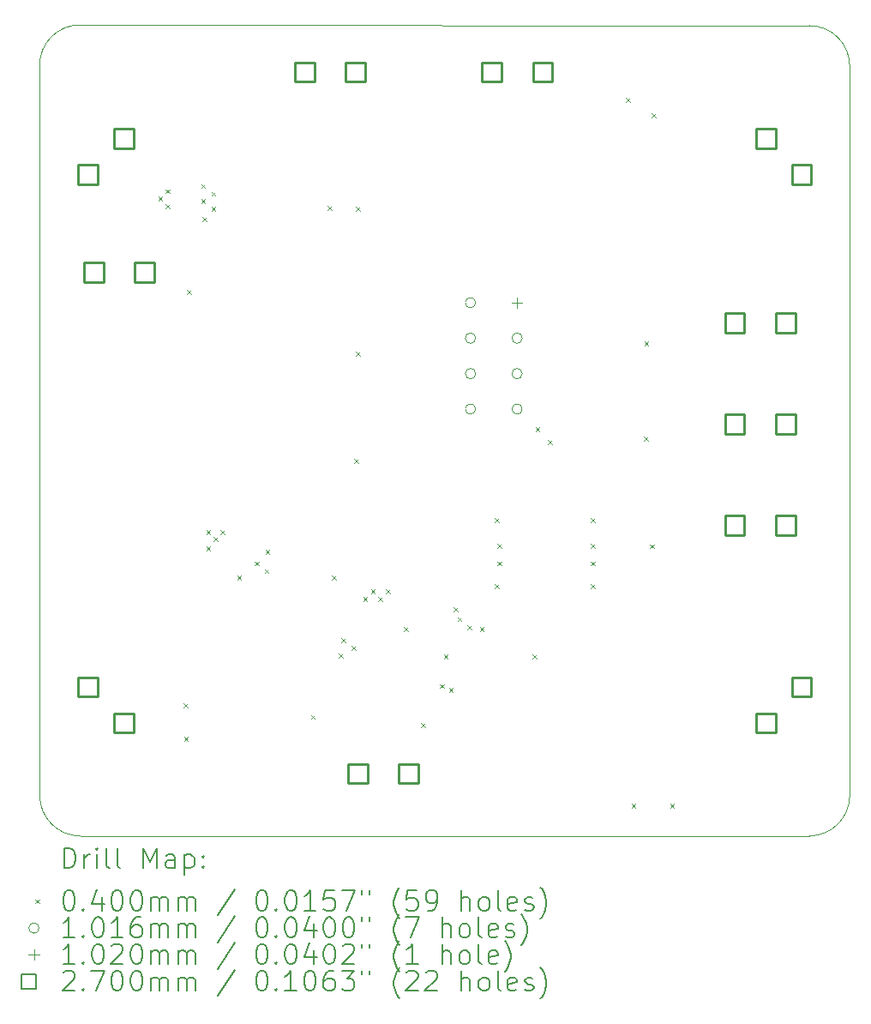
<source format=gbr>
%TF.GenerationSoftware,KiCad,Pcbnew,7.0.1*%
%TF.CreationDate,2024-03-23T22:37:26-05:00*%
%TF.ProjectId,Chassis,43686173-7369-4732-9e6b-696361645f70,rev?*%
%TF.SameCoordinates,Original*%
%TF.FileFunction,Drillmap*%
%TF.FilePolarity,Positive*%
%FSLAX45Y45*%
G04 Gerber Fmt 4.5, Leading zero omitted, Abs format (unit mm)*
G04 Created by KiCad (PCBNEW 7.0.1) date 2024-03-23 22:37:26*
%MOMM*%
%LPD*%
G01*
G04 APERTURE LIST*
%ADD10C,0.100000*%
%ADD11C,0.200000*%
%ADD12C,0.040000*%
%ADD13C,0.101600*%
%ADD14C,0.102000*%
%ADD15C,0.270000*%
G04 APERTURE END LIST*
D10*
X5232843Y-2532843D02*
X12434700Y-2540000D01*
X4834700Y-10140000D02*
X4832843Y-2932843D01*
X12434700Y-10540000D02*
G75*
G03*
X12834700Y-10140000I0J400000D01*
G01*
X12834700Y-2940000D02*
X12834700Y-10140000D01*
X12434700Y-10540000D02*
X5234700Y-10540000D01*
X4834700Y-10140000D02*
G75*
G03*
X5234700Y-10540000I400000J0D01*
G01*
X12834700Y-2940000D02*
G75*
G03*
X12434700Y-2540000I-400000J0D01*
G01*
X5232843Y-2532843D02*
G75*
G03*
X4832843Y-2932843I0J-400000D01*
G01*
D11*
D12*
X6005000Y-4230000D02*
X6045000Y-4270000D01*
X6045000Y-4230000D02*
X6005000Y-4270000D01*
X6080000Y-4155000D02*
X6120000Y-4195000D01*
X6120000Y-4155000D02*
X6080000Y-4195000D01*
X6080000Y-4305000D02*
X6120000Y-4345000D01*
X6120000Y-4305000D02*
X6080000Y-4345000D01*
X6255000Y-9230000D02*
X6295000Y-9270000D01*
X6295000Y-9230000D02*
X6255000Y-9270000D01*
X6260000Y-9560000D02*
X6300000Y-9600000D01*
X6300000Y-9560000D02*
X6260000Y-9600000D01*
X6290000Y-5151250D02*
X6330000Y-5191250D01*
X6330000Y-5151250D02*
X6290000Y-5191250D01*
X6430000Y-4105000D02*
X6470000Y-4145000D01*
X6470000Y-4105000D02*
X6430000Y-4145000D01*
X6430000Y-4255000D02*
X6470000Y-4295000D01*
X6470000Y-4255000D02*
X6430000Y-4295000D01*
X6440000Y-4428000D02*
X6480000Y-4468000D01*
X6480000Y-4428000D02*
X6440000Y-4468000D01*
X6480000Y-7520000D02*
X6520000Y-7560000D01*
X6520000Y-7520000D02*
X6480000Y-7560000D01*
X6480000Y-7680000D02*
X6520000Y-7720000D01*
X6520000Y-7680000D02*
X6480000Y-7720000D01*
X6530000Y-4180000D02*
X6570000Y-4220000D01*
X6570000Y-4180000D02*
X6530000Y-4220000D01*
X6530000Y-4330000D02*
X6570000Y-4370000D01*
X6570000Y-4330000D02*
X6530000Y-4370000D01*
X6550000Y-7590000D02*
X6590000Y-7630000D01*
X6590000Y-7590000D02*
X6550000Y-7630000D01*
X6620000Y-7520000D02*
X6660000Y-7560000D01*
X6660000Y-7520000D02*
X6620000Y-7560000D01*
X6785100Y-7969600D02*
X6825100Y-8009600D01*
X6825100Y-7969600D02*
X6785100Y-8009600D01*
X6955000Y-7830000D02*
X6995000Y-7870000D01*
X6995000Y-7830000D02*
X6955000Y-7870000D01*
X7055000Y-7905000D02*
X7095000Y-7945000D01*
X7095000Y-7905000D02*
X7055000Y-7945000D01*
X7064500Y-7715600D02*
X7104500Y-7755600D01*
X7104500Y-7715600D02*
X7064500Y-7755600D01*
X7513700Y-9344600D02*
X7553700Y-9384600D01*
X7553700Y-9344600D02*
X7513700Y-9384600D01*
X7676200Y-4323400D02*
X7716200Y-4363400D01*
X7716200Y-4323400D02*
X7676200Y-4363400D01*
X7722360Y-7972140D02*
X7762360Y-8012140D01*
X7762360Y-7972140D02*
X7722360Y-8012140D01*
X7787500Y-8739900D02*
X7827500Y-8779900D01*
X7827500Y-8739900D02*
X7787500Y-8779900D01*
X7812500Y-8589900D02*
X7852500Y-8629900D01*
X7852500Y-8589900D02*
X7812500Y-8629900D01*
X7912500Y-8664900D02*
X7952500Y-8704900D01*
X7952500Y-8664900D02*
X7912500Y-8704900D01*
X7940000Y-6820000D02*
X7980000Y-6860000D01*
X7980000Y-6820000D02*
X7940000Y-6860000D01*
X7955600Y-4330000D02*
X7995600Y-4370000D01*
X7995600Y-4330000D02*
X7955600Y-4370000D01*
X7960000Y-5760000D02*
X8000000Y-5800000D01*
X8000000Y-5760000D02*
X7960000Y-5800000D01*
X8030000Y-8180000D02*
X8070000Y-8220000D01*
X8070000Y-8180000D02*
X8030000Y-8220000D01*
X8105000Y-8105000D02*
X8145000Y-8145000D01*
X8145000Y-8105000D02*
X8105000Y-8145000D01*
X8180000Y-8180000D02*
X8220000Y-8220000D01*
X8220000Y-8180000D02*
X8180000Y-8220000D01*
X8255000Y-8105000D02*
X8295000Y-8145000D01*
X8295000Y-8105000D02*
X8255000Y-8145000D01*
X8430000Y-8480000D02*
X8470000Y-8520000D01*
X8470000Y-8480000D02*
X8430000Y-8520000D01*
X8600000Y-9423140D02*
X8640000Y-9463140D01*
X8640000Y-9423140D02*
X8600000Y-9463140D01*
X8787700Y-9039600D02*
X8827700Y-9079600D01*
X8827700Y-9039600D02*
X8787700Y-9079600D01*
X8825800Y-8747500D02*
X8865800Y-8787500D01*
X8865800Y-8747500D02*
X8825800Y-8787500D01*
X8876600Y-9077700D02*
X8916600Y-9117700D01*
X8916600Y-9077700D02*
X8876600Y-9117700D01*
X8920000Y-8280000D02*
X8960000Y-8320000D01*
X8960000Y-8280000D02*
X8920000Y-8320000D01*
X8960000Y-8380000D02*
X9000000Y-8420000D01*
X9000000Y-8380000D02*
X8960000Y-8420000D01*
X9060000Y-8460000D02*
X9100000Y-8500000D01*
X9100000Y-8460000D02*
X9060000Y-8500000D01*
X9180000Y-8480000D02*
X9220000Y-8520000D01*
X9220000Y-8480000D02*
X9180000Y-8520000D01*
X9330000Y-7405000D02*
X9370000Y-7445000D01*
X9370000Y-7405000D02*
X9330000Y-7445000D01*
X9330000Y-8055000D02*
X9370000Y-8095000D01*
X9370000Y-8055000D02*
X9330000Y-8095000D01*
X9355000Y-7655000D02*
X9395000Y-7695000D01*
X9395000Y-7655000D02*
X9355000Y-7695000D01*
X9355000Y-7830000D02*
X9395000Y-7870000D01*
X9395000Y-7830000D02*
X9355000Y-7870000D01*
X9702100Y-8747500D02*
X9742100Y-8787500D01*
X9742100Y-8747500D02*
X9702100Y-8787500D01*
X9730000Y-6505000D02*
X9770000Y-6545000D01*
X9770000Y-6505000D02*
X9730000Y-6545000D01*
X9855000Y-6630000D02*
X9895000Y-6670000D01*
X9895000Y-6630000D02*
X9855000Y-6670000D01*
X10280000Y-7405000D02*
X10320000Y-7445000D01*
X10320000Y-7405000D02*
X10280000Y-7445000D01*
X10280000Y-7655000D02*
X10320000Y-7695000D01*
X10320000Y-7655000D02*
X10280000Y-7695000D01*
X10280000Y-7830000D02*
X10320000Y-7870000D01*
X10320000Y-7830000D02*
X10280000Y-7870000D01*
X10280000Y-8055000D02*
X10320000Y-8095000D01*
X10320000Y-8055000D02*
X10280000Y-8095000D01*
X10622600Y-3256600D02*
X10662600Y-3296600D01*
X10662600Y-3256600D02*
X10622600Y-3296600D01*
X10680000Y-10220000D02*
X10720000Y-10260000D01*
X10720000Y-10220000D02*
X10680000Y-10260000D01*
X10800000Y-6600000D02*
X10840000Y-6640000D01*
X10840000Y-6600000D02*
X10800000Y-6640000D01*
X10805000Y-5660000D02*
X10845000Y-5700000D01*
X10845000Y-5660000D02*
X10805000Y-5700000D01*
X10860000Y-7660000D02*
X10900000Y-7700000D01*
X10900000Y-7660000D02*
X10860000Y-7700000D01*
X10876600Y-3409000D02*
X10916600Y-3449000D01*
X10916600Y-3409000D02*
X10876600Y-3449000D01*
X11060000Y-10220000D02*
X11100000Y-10260000D01*
X11100000Y-10220000D02*
X11060000Y-10260000D01*
D13*
X9139800Y-5275400D02*
G75*
G03*
X9139800Y-5275400I-50800J0D01*
G01*
X9139800Y-5625400D02*
G75*
G03*
X9139800Y-5625400I-50800J0D01*
G01*
X9139800Y-5975400D02*
G75*
G03*
X9139800Y-5975400I-50800J0D01*
G01*
X9139800Y-6325400D02*
G75*
G03*
X9139800Y-6325400I-50800J0D01*
G01*
X9599800Y-5625400D02*
G75*
G03*
X9599800Y-5625400I-50800J0D01*
G01*
X9599800Y-5975400D02*
G75*
G03*
X9599800Y-5975400I-50800J0D01*
G01*
X9599800Y-6325400D02*
G75*
G03*
X9599800Y-6325400I-50800J0D01*
G01*
D14*
X9549000Y-5224400D02*
X9549000Y-5326400D01*
X9498000Y-5275400D02*
X9600000Y-5275400D01*
D15*
X5406107Y-4105614D02*
X5406107Y-3914693D01*
X5215186Y-3914693D01*
X5215186Y-4105614D01*
X5406107Y-4105614D01*
X5406107Y-9165307D02*
X5406107Y-8974386D01*
X5215186Y-8974386D01*
X5215186Y-9165307D01*
X5406107Y-9165307D01*
X5465460Y-5070460D02*
X5465460Y-4879540D01*
X5274540Y-4879540D01*
X5274540Y-5070460D01*
X5465460Y-5070460D01*
X5759660Y-3752060D02*
X5759660Y-3561140D01*
X5568740Y-3561140D01*
X5568740Y-3752060D01*
X5759660Y-3752060D01*
X5759660Y-9518860D02*
X5759660Y-9327940D01*
X5568740Y-9327940D01*
X5568740Y-9518860D01*
X5759660Y-9518860D01*
X5965460Y-5070460D02*
X5965460Y-4879540D01*
X5774540Y-4879540D01*
X5774540Y-5070460D01*
X5965460Y-5070460D01*
X7545460Y-3095460D02*
X7545460Y-2904540D01*
X7354540Y-2904540D01*
X7354540Y-3095460D01*
X7545460Y-3095460D01*
X8045460Y-3095460D02*
X8045460Y-2904540D01*
X7854540Y-2904540D01*
X7854540Y-3095460D01*
X8045460Y-3095460D01*
X8070460Y-10020460D02*
X8070460Y-9829540D01*
X7879540Y-9829540D01*
X7879540Y-10020460D01*
X8070460Y-10020460D01*
X8570460Y-10020460D02*
X8570460Y-9829540D01*
X8379540Y-9829540D01*
X8379540Y-10020460D01*
X8570460Y-10020460D01*
X9395460Y-3095460D02*
X9395460Y-2904540D01*
X9204540Y-2904540D01*
X9204540Y-3095460D01*
X9395460Y-3095460D01*
X9895460Y-3095460D02*
X9895460Y-2904540D01*
X9704540Y-2904540D01*
X9704540Y-3095460D01*
X9895460Y-3095460D01*
X11795460Y-5570460D02*
X11795460Y-5379540D01*
X11604540Y-5379540D01*
X11604540Y-5570460D01*
X11795460Y-5570460D01*
X11795460Y-6570460D02*
X11795460Y-6379540D01*
X11604540Y-6379540D01*
X11604540Y-6570460D01*
X11795460Y-6570460D01*
X11795460Y-7570460D02*
X11795460Y-7379540D01*
X11604540Y-7379540D01*
X11604540Y-7570460D01*
X11795460Y-7570460D01*
X12100660Y-3752060D02*
X12100660Y-3561140D01*
X11909740Y-3561140D01*
X11909740Y-3752060D01*
X12100660Y-3752060D01*
X12100660Y-9518860D02*
X12100660Y-9327940D01*
X11909740Y-9327940D01*
X11909740Y-9518860D01*
X12100660Y-9518860D01*
X12295460Y-5570460D02*
X12295460Y-5379540D01*
X12104540Y-5379540D01*
X12104540Y-5570460D01*
X12295460Y-5570460D01*
X12295460Y-6570460D02*
X12295460Y-6379540D01*
X12104540Y-6379540D01*
X12104540Y-6570460D01*
X12295460Y-6570460D01*
X12295460Y-7570460D02*
X12295460Y-7379540D01*
X12104540Y-7379540D01*
X12104540Y-7570460D01*
X12295460Y-7570460D01*
X12454214Y-4105614D02*
X12454214Y-3914693D01*
X12263293Y-3914693D01*
X12263293Y-4105614D01*
X12454214Y-4105614D01*
X12454214Y-9165307D02*
X12454214Y-8974386D01*
X12263293Y-8974386D01*
X12263293Y-9165307D01*
X12454214Y-9165307D01*
D11*
X5075462Y-10857524D02*
X5075462Y-10657524D01*
X5075462Y-10657524D02*
X5123081Y-10657524D01*
X5123081Y-10657524D02*
X5151652Y-10667048D01*
X5151652Y-10667048D02*
X5170700Y-10686095D01*
X5170700Y-10686095D02*
X5180224Y-10705143D01*
X5180224Y-10705143D02*
X5189747Y-10743238D01*
X5189747Y-10743238D02*
X5189747Y-10771810D01*
X5189747Y-10771810D02*
X5180224Y-10809905D01*
X5180224Y-10809905D02*
X5170700Y-10828952D01*
X5170700Y-10828952D02*
X5151652Y-10848000D01*
X5151652Y-10848000D02*
X5123081Y-10857524D01*
X5123081Y-10857524D02*
X5075462Y-10857524D01*
X5275462Y-10857524D02*
X5275462Y-10724190D01*
X5275462Y-10762286D02*
X5284986Y-10743238D01*
X5284986Y-10743238D02*
X5294509Y-10733714D01*
X5294509Y-10733714D02*
X5313557Y-10724190D01*
X5313557Y-10724190D02*
X5332605Y-10724190D01*
X5399271Y-10857524D02*
X5399271Y-10724190D01*
X5399271Y-10657524D02*
X5389747Y-10667048D01*
X5389747Y-10667048D02*
X5399271Y-10676571D01*
X5399271Y-10676571D02*
X5408795Y-10667048D01*
X5408795Y-10667048D02*
X5399271Y-10657524D01*
X5399271Y-10657524D02*
X5399271Y-10676571D01*
X5523081Y-10857524D02*
X5504033Y-10848000D01*
X5504033Y-10848000D02*
X5494509Y-10828952D01*
X5494509Y-10828952D02*
X5494509Y-10657524D01*
X5627843Y-10857524D02*
X5608795Y-10848000D01*
X5608795Y-10848000D02*
X5599271Y-10828952D01*
X5599271Y-10828952D02*
X5599271Y-10657524D01*
X5856414Y-10857524D02*
X5856414Y-10657524D01*
X5856414Y-10657524D02*
X5923081Y-10800381D01*
X5923081Y-10800381D02*
X5989747Y-10657524D01*
X5989747Y-10657524D02*
X5989747Y-10857524D01*
X6170700Y-10857524D02*
X6170700Y-10752762D01*
X6170700Y-10752762D02*
X6161176Y-10733714D01*
X6161176Y-10733714D02*
X6142128Y-10724190D01*
X6142128Y-10724190D02*
X6104033Y-10724190D01*
X6104033Y-10724190D02*
X6084985Y-10733714D01*
X6170700Y-10848000D02*
X6151652Y-10857524D01*
X6151652Y-10857524D02*
X6104033Y-10857524D01*
X6104033Y-10857524D02*
X6084985Y-10848000D01*
X6084985Y-10848000D02*
X6075462Y-10828952D01*
X6075462Y-10828952D02*
X6075462Y-10809905D01*
X6075462Y-10809905D02*
X6084985Y-10790857D01*
X6084985Y-10790857D02*
X6104033Y-10781333D01*
X6104033Y-10781333D02*
X6151652Y-10781333D01*
X6151652Y-10781333D02*
X6170700Y-10771810D01*
X6265938Y-10724190D02*
X6265938Y-10924190D01*
X6265938Y-10733714D02*
X6284985Y-10724190D01*
X6284985Y-10724190D02*
X6323081Y-10724190D01*
X6323081Y-10724190D02*
X6342128Y-10733714D01*
X6342128Y-10733714D02*
X6351652Y-10743238D01*
X6351652Y-10743238D02*
X6361176Y-10762286D01*
X6361176Y-10762286D02*
X6361176Y-10819429D01*
X6361176Y-10819429D02*
X6351652Y-10838476D01*
X6351652Y-10838476D02*
X6342128Y-10848000D01*
X6342128Y-10848000D02*
X6323081Y-10857524D01*
X6323081Y-10857524D02*
X6284985Y-10857524D01*
X6284985Y-10857524D02*
X6265938Y-10848000D01*
X6446890Y-10838476D02*
X6456414Y-10848000D01*
X6456414Y-10848000D02*
X6446890Y-10857524D01*
X6446890Y-10857524D02*
X6437366Y-10848000D01*
X6437366Y-10848000D02*
X6446890Y-10838476D01*
X6446890Y-10838476D02*
X6446890Y-10857524D01*
X6446890Y-10733714D02*
X6456414Y-10743238D01*
X6456414Y-10743238D02*
X6446890Y-10752762D01*
X6446890Y-10752762D02*
X6437366Y-10743238D01*
X6437366Y-10743238D02*
X6446890Y-10733714D01*
X6446890Y-10733714D02*
X6446890Y-10752762D01*
D12*
X4787843Y-11165000D02*
X4827843Y-11205000D01*
X4827843Y-11165000D02*
X4787843Y-11205000D01*
D11*
X5113557Y-11077524D02*
X5132605Y-11077524D01*
X5132605Y-11077524D02*
X5151652Y-11087048D01*
X5151652Y-11087048D02*
X5161176Y-11096571D01*
X5161176Y-11096571D02*
X5170700Y-11115619D01*
X5170700Y-11115619D02*
X5180224Y-11153714D01*
X5180224Y-11153714D02*
X5180224Y-11201333D01*
X5180224Y-11201333D02*
X5170700Y-11239428D01*
X5170700Y-11239428D02*
X5161176Y-11258476D01*
X5161176Y-11258476D02*
X5151652Y-11268000D01*
X5151652Y-11268000D02*
X5132605Y-11277524D01*
X5132605Y-11277524D02*
X5113557Y-11277524D01*
X5113557Y-11277524D02*
X5094509Y-11268000D01*
X5094509Y-11268000D02*
X5084986Y-11258476D01*
X5084986Y-11258476D02*
X5075462Y-11239428D01*
X5075462Y-11239428D02*
X5065938Y-11201333D01*
X5065938Y-11201333D02*
X5065938Y-11153714D01*
X5065938Y-11153714D02*
X5075462Y-11115619D01*
X5075462Y-11115619D02*
X5084986Y-11096571D01*
X5084986Y-11096571D02*
X5094509Y-11087048D01*
X5094509Y-11087048D02*
X5113557Y-11077524D01*
X5265938Y-11258476D02*
X5275462Y-11268000D01*
X5275462Y-11268000D02*
X5265938Y-11277524D01*
X5265938Y-11277524D02*
X5256414Y-11268000D01*
X5256414Y-11268000D02*
X5265938Y-11258476D01*
X5265938Y-11258476D02*
X5265938Y-11277524D01*
X5446890Y-11144190D02*
X5446890Y-11277524D01*
X5399271Y-11068000D02*
X5351652Y-11210857D01*
X5351652Y-11210857D02*
X5475462Y-11210857D01*
X5589747Y-11077524D02*
X5608795Y-11077524D01*
X5608795Y-11077524D02*
X5627843Y-11087048D01*
X5627843Y-11087048D02*
X5637366Y-11096571D01*
X5637366Y-11096571D02*
X5646890Y-11115619D01*
X5646890Y-11115619D02*
X5656414Y-11153714D01*
X5656414Y-11153714D02*
X5656414Y-11201333D01*
X5656414Y-11201333D02*
X5646890Y-11239428D01*
X5646890Y-11239428D02*
X5637366Y-11258476D01*
X5637366Y-11258476D02*
X5627843Y-11268000D01*
X5627843Y-11268000D02*
X5608795Y-11277524D01*
X5608795Y-11277524D02*
X5589747Y-11277524D01*
X5589747Y-11277524D02*
X5570700Y-11268000D01*
X5570700Y-11268000D02*
X5561176Y-11258476D01*
X5561176Y-11258476D02*
X5551652Y-11239428D01*
X5551652Y-11239428D02*
X5542128Y-11201333D01*
X5542128Y-11201333D02*
X5542128Y-11153714D01*
X5542128Y-11153714D02*
X5551652Y-11115619D01*
X5551652Y-11115619D02*
X5561176Y-11096571D01*
X5561176Y-11096571D02*
X5570700Y-11087048D01*
X5570700Y-11087048D02*
X5589747Y-11077524D01*
X5780224Y-11077524D02*
X5799271Y-11077524D01*
X5799271Y-11077524D02*
X5818319Y-11087048D01*
X5818319Y-11087048D02*
X5827843Y-11096571D01*
X5827843Y-11096571D02*
X5837366Y-11115619D01*
X5837366Y-11115619D02*
X5846890Y-11153714D01*
X5846890Y-11153714D02*
X5846890Y-11201333D01*
X5846890Y-11201333D02*
X5837366Y-11239428D01*
X5837366Y-11239428D02*
X5827843Y-11258476D01*
X5827843Y-11258476D02*
X5818319Y-11268000D01*
X5818319Y-11268000D02*
X5799271Y-11277524D01*
X5799271Y-11277524D02*
X5780224Y-11277524D01*
X5780224Y-11277524D02*
X5761176Y-11268000D01*
X5761176Y-11268000D02*
X5751652Y-11258476D01*
X5751652Y-11258476D02*
X5742128Y-11239428D01*
X5742128Y-11239428D02*
X5732605Y-11201333D01*
X5732605Y-11201333D02*
X5732605Y-11153714D01*
X5732605Y-11153714D02*
X5742128Y-11115619D01*
X5742128Y-11115619D02*
X5751652Y-11096571D01*
X5751652Y-11096571D02*
X5761176Y-11087048D01*
X5761176Y-11087048D02*
X5780224Y-11077524D01*
X5932605Y-11277524D02*
X5932605Y-11144190D01*
X5932605Y-11163238D02*
X5942128Y-11153714D01*
X5942128Y-11153714D02*
X5961176Y-11144190D01*
X5961176Y-11144190D02*
X5989747Y-11144190D01*
X5989747Y-11144190D02*
X6008795Y-11153714D01*
X6008795Y-11153714D02*
X6018319Y-11172762D01*
X6018319Y-11172762D02*
X6018319Y-11277524D01*
X6018319Y-11172762D02*
X6027843Y-11153714D01*
X6027843Y-11153714D02*
X6046890Y-11144190D01*
X6046890Y-11144190D02*
X6075462Y-11144190D01*
X6075462Y-11144190D02*
X6094509Y-11153714D01*
X6094509Y-11153714D02*
X6104033Y-11172762D01*
X6104033Y-11172762D02*
X6104033Y-11277524D01*
X6199271Y-11277524D02*
X6199271Y-11144190D01*
X6199271Y-11163238D02*
X6208795Y-11153714D01*
X6208795Y-11153714D02*
X6227843Y-11144190D01*
X6227843Y-11144190D02*
X6256414Y-11144190D01*
X6256414Y-11144190D02*
X6275462Y-11153714D01*
X6275462Y-11153714D02*
X6284986Y-11172762D01*
X6284986Y-11172762D02*
X6284986Y-11277524D01*
X6284986Y-11172762D02*
X6294509Y-11153714D01*
X6294509Y-11153714D02*
X6313557Y-11144190D01*
X6313557Y-11144190D02*
X6342128Y-11144190D01*
X6342128Y-11144190D02*
X6361176Y-11153714D01*
X6361176Y-11153714D02*
X6370700Y-11172762D01*
X6370700Y-11172762D02*
X6370700Y-11277524D01*
X6761176Y-11068000D02*
X6589748Y-11325143D01*
X7018319Y-11077524D02*
X7037367Y-11077524D01*
X7037367Y-11077524D02*
X7056414Y-11087048D01*
X7056414Y-11087048D02*
X7065938Y-11096571D01*
X7065938Y-11096571D02*
X7075462Y-11115619D01*
X7075462Y-11115619D02*
X7084986Y-11153714D01*
X7084986Y-11153714D02*
X7084986Y-11201333D01*
X7084986Y-11201333D02*
X7075462Y-11239428D01*
X7075462Y-11239428D02*
X7065938Y-11258476D01*
X7065938Y-11258476D02*
X7056414Y-11268000D01*
X7056414Y-11268000D02*
X7037367Y-11277524D01*
X7037367Y-11277524D02*
X7018319Y-11277524D01*
X7018319Y-11277524D02*
X6999271Y-11268000D01*
X6999271Y-11268000D02*
X6989748Y-11258476D01*
X6989748Y-11258476D02*
X6980224Y-11239428D01*
X6980224Y-11239428D02*
X6970700Y-11201333D01*
X6970700Y-11201333D02*
X6970700Y-11153714D01*
X6970700Y-11153714D02*
X6980224Y-11115619D01*
X6980224Y-11115619D02*
X6989748Y-11096571D01*
X6989748Y-11096571D02*
X6999271Y-11087048D01*
X6999271Y-11087048D02*
X7018319Y-11077524D01*
X7170700Y-11258476D02*
X7180224Y-11268000D01*
X7180224Y-11268000D02*
X7170700Y-11277524D01*
X7170700Y-11277524D02*
X7161176Y-11268000D01*
X7161176Y-11268000D02*
X7170700Y-11258476D01*
X7170700Y-11258476D02*
X7170700Y-11277524D01*
X7304033Y-11077524D02*
X7323081Y-11077524D01*
X7323081Y-11077524D02*
X7342129Y-11087048D01*
X7342129Y-11087048D02*
X7351652Y-11096571D01*
X7351652Y-11096571D02*
X7361176Y-11115619D01*
X7361176Y-11115619D02*
X7370700Y-11153714D01*
X7370700Y-11153714D02*
X7370700Y-11201333D01*
X7370700Y-11201333D02*
X7361176Y-11239428D01*
X7361176Y-11239428D02*
X7351652Y-11258476D01*
X7351652Y-11258476D02*
X7342129Y-11268000D01*
X7342129Y-11268000D02*
X7323081Y-11277524D01*
X7323081Y-11277524D02*
X7304033Y-11277524D01*
X7304033Y-11277524D02*
X7284986Y-11268000D01*
X7284986Y-11268000D02*
X7275462Y-11258476D01*
X7275462Y-11258476D02*
X7265938Y-11239428D01*
X7265938Y-11239428D02*
X7256414Y-11201333D01*
X7256414Y-11201333D02*
X7256414Y-11153714D01*
X7256414Y-11153714D02*
X7265938Y-11115619D01*
X7265938Y-11115619D02*
X7275462Y-11096571D01*
X7275462Y-11096571D02*
X7284986Y-11087048D01*
X7284986Y-11087048D02*
X7304033Y-11077524D01*
X7561176Y-11277524D02*
X7446890Y-11277524D01*
X7504033Y-11277524D02*
X7504033Y-11077524D01*
X7504033Y-11077524D02*
X7484986Y-11106095D01*
X7484986Y-11106095D02*
X7465938Y-11125143D01*
X7465938Y-11125143D02*
X7446890Y-11134667D01*
X7742129Y-11077524D02*
X7646890Y-11077524D01*
X7646890Y-11077524D02*
X7637367Y-11172762D01*
X7637367Y-11172762D02*
X7646890Y-11163238D01*
X7646890Y-11163238D02*
X7665938Y-11153714D01*
X7665938Y-11153714D02*
X7713557Y-11153714D01*
X7713557Y-11153714D02*
X7732605Y-11163238D01*
X7732605Y-11163238D02*
X7742129Y-11172762D01*
X7742129Y-11172762D02*
X7751652Y-11191809D01*
X7751652Y-11191809D02*
X7751652Y-11239428D01*
X7751652Y-11239428D02*
X7742129Y-11258476D01*
X7742129Y-11258476D02*
X7732605Y-11268000D01*
X7732605Y-11268000D02*
X7713557Y-11277524D01*
X7713557Y-11277524D02*
X7665938Y-11277524D01*
X7665938Y-11277524D02*
X7646890Y-11268000D01*
X7646890Y-11268000D02*
X7637367Y-11258476D01*
X7818319Y-11077524D02*
X7951652Y-11077524D01*
X7951652Y-11077524D02*
X7865938Y-11277524D01*
X8018319Y-11077524D02*
X8018319Y-11115619D01*
X8094510Y-11077524D02*
X8094510Y-11115619D01*
X8389748Y-11353714D02*
X8380224Y-11344190D01*
X8380224Y-11344190D02*
X8361176Y-11315619D01*
X8361176Y-11315619D02*
X8351652Y-11296571D01*
X8351652Y-11296571D02*
X8342129Y-11268000D01*
X8342129Y-11268000D02*
X8332605Y-11220381D01*
X8332605Y-11220381D02*
X8332605Y-11182286D01*
X8332605Y-11182286D02*
X8342129Y-11134667D01*
X8342129Y-11134667D02*
X8351652Y-11106095D01*
X8351652Y-11106095D02*
X8361176Y-11087048D01*
X8361176Y-11087048D02*
X8380224Y-11058476D01*
X8380224Y-11058476D02*
X8389748Y-11048952D01*
X8561176Y-11077524D02*
X8465938Y-11077524D01*
X8465938Y-11077524D02*
X8456414Y-11172762D01*
X8456414Y-11172762D02*
X8465938Y-11163238D01*
X8465938Y-11163238D02*
X8484986Y-11153714D01*
X8484986Y-11153714D02*
X8532605Y-11153714D01*
X8532605Y-11153714D02*
X8551653Y-11163238D01*
X8551653Y-11163238D02*
X8561176Y-11172762D01*
X8561176Y-11172762D02*
X8570700Y-11191809D01*
X8570700Y-11191809D02*
X8570700Y-11239428D01*
X8570700Y-11239428D02*
X8561176Y-11258476D01*
X8561176Y-11258476D02*
X8551653Y-11268000D01*
X8551653Y-11268000D02*
X8532605Y-11277524D01*
X8532605Y-11277524D02*
X8484986Y-11277524D01*
X8484986Y-11277524D02*
X8465938Y-11268000D01*
X8465938Y-11268000D02*
X8456414Y-11258476D01*
X8665938Y-11277524D02*
X8704033Y-11277524D01*
X8704033Y-11277524D02*
X8723081Y-11268000D01*
X8723081Y-11268000D02*
X8732605Y-11258476D01*
X8732605Y-11258476D02*
X8751653Y-11229905D01*
X8751653Y-11229905D02*
X8761176Y-11191809D01*
X8761176Y-11191809D02*
X8761176Y-11115619D01*
X8761176Y-11115619D02*
X8751653Y-11096571D01*
X8751653Y-11096571D02*
X8742129Y-11087048D01*
X8742129Y-11087048D02*
X8723081Y-11077524D01*
X8723081Y-11077524D02*
X8684986Y-11077524D01*
X8684986Y-11077524D02*
X8665938Y-11087048D01*
X8665938Y-11087048D02*
X8656414Y-11096571D01*
X8656414Y-11096571D02*
X8646891Y-11115619D01*
X8646891Y-11115619D02*
X8646891Y-11163238D01*
X8646891Y-11163238D02*
X8656414Y-11182286D01*
X8656414Y-11182286D02*
X8665938Y-11191809D01*
X8665938Y-11191809D02*
X8684986Y-11201333D01*
X8684986Y-11201333D02*
X8723081Y-11201333D01*
X8723081Y-11201333D02*
X8742129Y-11191809D01*
X8742129Y-11191809D02*
X8751653Y-11182286D01*
X8751653Y-11182286D02*
X8761176Y-11163238D01*
X8999272Y-11277524D02*
X8999272Y-11077524D01*
X9084986Y-11277524D02*
X9084986Y-11172762D01*
X9084986Y-11172762D02*
X9075462Y-11153714D01*
X9075462Y-11153714D02*
X9056415Y-11144190D01*
X9056415Y-11144190D02*
X9027843Y-11144190D01*
X9027843Y-11144190D02*
X9008795Y-11153714D01*
X9008795Y-11153714D02*
X8999272Y-11163238D01*
X9208795Y-11277524D02*
X9189748Y-11268000D01*
X9189748Y-11268000D02*
X9180224Y-11258476D01*
X9180224Y-11258476D02*
X9170700Y-11239428D01*
X9170700Y-11239428D02*
X9170700Y-11182286D01*
X9170700Y-11182286D02*
X9180224Y-11163238D01*
X9180224Y-11163238D02*
X9189748Y-11153714D01*
X9189748Y-11153714D02*
X9208795Y-11144190D01*
X9208795Y-11144190D02*
X9237367Y-11144190D01*
X9237367Y-11144190D02*
X9256415Y-11153714D01*
X9256415Y-11153714D02*
X9265938Y-11163238D01*
X9265938Y-11163238D02*
X9275462Y-11182286D01*
X9275462Y-11182286D02*
X9275462Y-11239428D01*
X9275462Y-11239428D02*
X9265938Y-11258476D01*
X9265938Y-11258476D02*
X9256415Y-11268000D01*
X9256415Y-11268000D02*
X9237367Y-11277524D01*
X9237367Y-11277524D02*
X9208795Y-11277524D01*
X9389748Y-11277524D02*
X9370700Y-11268000D01*
X9370700Y-11268000D02*
X9361176Y-11248952D01*
X9361176Y-11248952D02*
X9361176Y-11077524D01*
X9542129Y-11268000D02*
X9523081Y-11277524D01*
X9523081Y-11277524D02*
X9484986Y-11277524D01*
X9484986Y-11277524D02*
X9465938Y-11268000D01*
X9465938Y-11268000D02*
X9456415Y-11248952D01*
X9456415Y-11248952D02*
X9456415Y-11172762D01*
X9456415Y-11172762D02*
X9465938Y-11153714D01*
X9465938Y-11153714D02*
X9484986Y-11144190D01*
X9484986Y-11144190D02*
X9523081Y-11144190D01*
X9523081Y-11144190D02*
X9542129Y-11153714D01*
X9542129Y-11153714D02*
X9551653Y-11172762D01*
X9551653Y-11172762D02*
X9551653Y-11191809D01*
X9551653Y-11191809D02*
X9456415Y-11210857D01*
X9627843Y-11268000D02*
X9646891Y-11277524D01*
X9646891Y-11277524D02*
X9684986Y-11277524D01*
X9684986Y-11277524D02*
X9704034Y-11268000D01*
X9704034Y-11268000D02*
X9713557Y-11248952D01*
X9713557Y-11248952D02*
X9713557Y-11239428D01*
X9713557Y-11239428D02*
X9704034Y-11220381D01*
X9704034Y-11220381D02*
X9684986Y-11210857D01*
X9684986Y-11210857D02*
X9656415Y-11210857D01*
X9656415Y-11210857D02*
X9637367Y-11201333D01*
X9637367Y-11201333D02*
X9627843Y-11182286D01*
X9627843Y-11182286D02*
X9627843Y-11172762D01*
X9627843Y-11172762D02*
X9637367Y-11153714D01*
X9637367Y-11153714D02*
X9656415Y-11144190D01*
X9656415Y-11144190D02*
X9684986Y-11144190D01*
X9684986Y-11144190D02*
X9704034Y-11153714D01*
X9780224Y-11353714D02*
X9789748Y-11344190D01*
X9789748Y-11344190D02*
X9808796Y-11315619D01*
X9808796Y-11315619D02*
X9818319Y-11296571D01*
X9818319Y-11296571D02*
X9827843Y-11268000D01*
X9827843Y-11268000D02*
X9837367Y-11220381D01*
X9837367Y-11220381D02*
X9837367Y-11182286D01*
X9837367Y-11182286D02*
X9827843Y-11134667D01*
X9827843Y-11134667D02*
X9818319Y-11106095D01*
X9818319Y-11106095D02*
X9808796Y-11087048D01*
X9808796Y-11087048D02*
X9789748Y-11058476D01*
X9789748Y-11058476D02*
X9780224Y-11048952D01*
D13*
X4827843Y-11449000D02*
G75*
G03*
X4827843Y-11449000I-50800J0D01*
G01*
D11*
X5180224Y-11541524D02*
X5065938Y-11541524D01*
X5123081Y-11541524D02*
X5123081Y-11341524D01*
X5123081Y-11341524D02*
X5104033Y-11370095D01*
X5104033Y-11370095D02*
X5084986Y-11389143D01*
X5084986Y-11389143D02*
X5065938Y-11398667D01*
X5265938Y-11522476D02*
X5275462Y-11532000D01*
X5275462Y-11532000D02*
X5265938Y-11541524D01*
X5265938Y-11541524D02*
X5256414Y-11532000D01*
X5256414Y-11532000D02*
X5265938Y-11522476D01*
X5265938Y-11522476D02*
X5265938Y-11541524D01*
X5399271Y-11341524D02*
X5418319Y-11341524D01*
X5418319Y-11341524D02*
X5437367Y-11351048D01*
X5437367Y-11351048D02*
X5446890Y-11360571D01*
X5446890Y-11360571D02*
X5456414Y-11379619D01*
X5456414Y-11379619D02*
X5465938Y-11417714D01*
X5465938Y-11417714D02*
X5465938Y-11465333D01*
X5465938Y-11465333D02*
X5456414Y-11503428D01*
X5456414Y-11503428D02*
X5446890Y-11522476D01*
X5446890Y-11522476D02*
X5437367Y-11532000D01*
X5437367Y-11532000D02*
X5418319Y-11541524D01*
X5418319Y-11541524D02*
X5399271Y-11541524D01*
X5399271Y-11541524D02*
X5380224Y-11532000D01*
X5380224Y-11532000D02*
X5370700Y-11522476D01*
X5370700Y-11522476D02*
X5361176Y-11503428D01*
X5361176Y-11503428D02*
X5351652Y-11465333D01*
X5351652Y-11465333D02*
X5351652Y-11417714D01*
X5351652Y-11417714D02*
X5361176Y-11379619D01*
X5361176Y-11379619D02*
X5370700Y-11360571D01*
X5370700Y-11360571D02*
X5380224Y-11351048D01*
X5380224Y-11351048D02*
X5399271Y-11341524D01*
X5656414Y-11541524D02*
X5542128Y-11541524D01*
X5599271Y-11541524D02*
X5599271Y-11341524D01*
X5599271Y-11341524D02*
X5580224Y-11370095D01*
X5580224Y-11370095D02*
X5561176Y-11389143D01*
X5561176Y-11389143D02*
X5542128Y-11398667D01*
X5827843Y-11341524D02*
X5789747Y-11341524D01*
X5789747Y-11341524D02*
X5770700Y-11351048D01*
X5770700Y-11351048D02*
X5761176Y-11360571D01*
X5761176Y-11360571D02*
X5742128Y-11389143D01*
X5742128Y-11389143D02*
X5732605Y-11427238D01*
X5732605Y-11427238D02*
X5732605Y-11503428D01*
X5732605Y-11503428D02*
X5742128Y-11522476D01*
X5742128Y-11522476D02*
X5751652Y-11532000D01*
X5751652Y-11532000D02*
X5770700Y-11541524D01*
X5770700Y-11541524D02*
X5808795Y-11541524D01*
X5808795Y-11541524D02*
X5827843Y-11532000D01*
X5827843Y-11532000D02*
X5837366Y-11522476D01*
X5837366Y-11522476D02*
X5846890Y-11503428D01*
X5846890Y-11503428D02*
X5846890Y-11455809D01*
X5846890Y-11455809D02*
X5837366Y-11436762D01*
X5837366Y-11436762D02*
X5827843Y-11427238D01*
X5827843Y-11427238D02*
X5808795Y-11417714D01*
X5808795Y-11417714D02*
X5770700Y-11417714D01*
X5770700Y-11417714D02*
X5751652Y-11427238D01*
X5751652Y-11427238D02*
X5742128Y-11436762D01*
X5742128Y-11436762D02*
X5732605Y-11455809D01*
X5932605Y-11541524D02*
X5932605Y-11408190D01*
X5932605Y-11427238D02*
X5942128Y-11417714D01*
X5942128Y-11417714D02*
X5961176Y-11408190D01*
X5961176Y-11408190D02*
X5989747Y-11408190D01*
X5989747Y-11408190D02*
X6008795Y-11417714D01*
X6008795Y-11417714D02*
X6018319Y-11436762D01*
X6018319Y-11436762D02*
X6018319Y-11541524D01*
X6018319Y-11436762D02*
X6027843Y-11417714D01*
X6027843Y-11417714D02*
X6046890Y-11408190D01*
X6046890Y-11408190D02*
X6075462Y-11408190D01*
X6075462Y-11408190D02*
X6094509Y-11417714D01*
X6094509Y-11417714D02*
X6104033Y-11436762D01*
X6104033Y-11436762D02*
X6104033Y-11541524D01*
X6199271Y-11541524D02*
X6199271Y-11408190D01*
X6199271Y-11427238D02*
X6208795Y-11417714D01*
X6208795Y-11417714D02*
X6227843Y-11408190D01*
X6227843Y-11408190D02*
X6256414Y-11408190D01*
X6256414Y-11408190D02*
X6275462Y-11417714D01*
X6275462Y-11417714D02*
X6284986Y-11436762D01*
X6284986Y-11436762D02*
X6284986Y-11541524D01*
X6284986Y-11436762D02*
X6294509Y-11417714D01*
X6294509Y-11417714D02*
X6313557Y-11408190D01*
X6313557Y-11408190D02*
X6342128Y-11408190D01*
X6342128Y-11408190D02*
X6361176Y-11417714D01*
X6361176Y-11417714D02*
X6370700Y-11436762D01*
X6370700Y-11436762D02*
X6370700Y-11541524D01*
X6761176Y-11332000D02*
X6589748Y-11589143D01*
X7018319Y-11341524D02*
X7037367Y-11341524D01*
X7037367Y-11341524D02*
X7056414Y-11351048D01*
X7056414Y-11351048D02*
X7065938Y-11360571D01*
X7065938Y-11360571D02*
X7075462Y-11379619D01*
X7075462Y-11379619D02*
X7084986Y-11417714D01*
X7084986Y-11417714D02*
X7084986Y-11465333D01*
X7084986Y-11465333D02*
X7075462Y-11503428D01*
X7075462Y-11503428D02*
X7065938Y-11522476D01*
X7065938Y-11522476D02*
X7056414Y-11532000D01*
X7056414Y-11532000D02*
X7037367Y-11541524D01*
X7037367Y-11541524D02*
X7018319Y-11541524D01*
X7018319Y-11541524D02*
X6999271Y-11532000D01*
X6999271Y-11532000D02*
X6989748Y-11522476D01*
X6989748Y-11522476D02*
X6980224Y-11503428D01*
X6980224Y-11503428D02*
X6970700Y-11465333D01*
X6970700Y-11465333D02*
X6970700Y-11417714D01*
X6970700Y-11417714D02*
X6980224Y-11379619D01*
X6980224Y-11379619D02*
X6989748Y-11360571D01*
X6989748Y-11360571D02*
X6999271Y-11351048D01*
X6999271Y-11351048D02*
X7018319Y-11341524D01*
X7170700Y-11522476D02*
X7180224Y-11532000D01*
X7180224Y-11532000D02*
X7170700Y-11541524D01*
X7170700Y-11541524D02*
X7161176Y-11532000D01*
X7161176Y-11532000D02*
X7170700Y-11522476D01*
X7170700Y-11522476D02*
X7170700Y-11541524D01*
X7304033Y-11341524D02*
X7323081Y-11341524D01*
X7323081Y-11341524D02*
X7342129Y-11351048D01*
X7342129Y-11351048D02*
X7351652Y-11360571D01*
X7351652Y-11360571D02*
X7361176Y-11379619D01*
X7361176Y-11379619D02*
X7370700Y-11417714D01*
X7370700Y-11417714D02*
X7370700Y-11465333D01*
X7370700Y-11465333D02*
X7361176Y-11503428D01*
X7361176Y-11503428D02*
X7351652Y-11522476D01*
X7351652Y-11522476D02*
X7342129Y-11532000D01*
X7342129Y-11532000D02*
X7323081Y-11541524D01*
X7323081Y-11541524D02*
X7304033Y-11541524D01*
X7304033Y-11541524D02*
X7284986Y-11532000D01*
X7284986Y-11532000D02*
X7275462Y-11522476D01*
X7275462Y-11522476D02*
X7265938Y-11503428D01*
X7265938Y-11503428D02*
X7256414Y-11465333D01*
X7256414Y-11465333D02*
X7256414Y-11417714D01*
X7256414Y-11417714D02*
X7265938Y-11379619D01*
X7265938Y-11379619D02*
X7275462Y-11360571D01*
X7275462Y-11360571D02*
X7284986Y-11351048D01*
X7284986Y-11351048D02*
X7304033Y-11341524D01*
X7542129Y-11408190D02*
X7542129Y-11541524D01*
X7494509Y-11332000D02*
X7446890Y-11474857D01*
X7446890Y-11474857D02*
X7570700Y-11474857D01*
X7684986Y-11341524D02*
X7704033Y-11341524D01*
X7704033Y-11341524D02*
X7723081Y-11351048D01*
X7723081Y-11351048D02*
X7732605Y-11360571D01*
X7732605Y-11360571D02*
X7742129Y-11379619D01*
X7742129Y-11379619D02*
X7751652Y-11417714D01*
X7751652Y-11417714D02*
X7751652Y-11465333D01*
X7751652Y-11465333D02*
X7742129Y-11503428D01*
X7742129Y-11503428D02*
X7732605Y-11522476D01*
X7732605Y-11522476D02*
X7723081Y-11532000D01*
X7723081Y-11532000D02*
X7704033Y-11541524D01*
X7704033Y-11541524D02*
X7684986Y-11541524D01*
X7684986Y-11541524D02*
X7665938Y-11532000D01*
X7665938Y-11532000D02*
X7656414Y-11522476D01*
X7656414Y-11522476D02*
X7646890Y-11503428D01*
X7646890Y-11503428D02*
X7637367Y-11465333D01*
X7637367Y-11465333D02*
X7637367Y-11417714D01*
X7637367Y-11417714D02*
X7646890Y-11379619D01*
X7646890Y-11379619D02*
X7656414Y-11360571D01*
X7656414Y-11360571D02*
X7665938Y-11351048D01*
X7665938Y-11351048D02*
X7684986Y-11341524D01*
X7875462Y-11341524D02*
X7894510Y-11341524D01*
X7894510Y-11341524D02*
X7913557Y-11351048D01*
X7913557Y-11351048D02*
X7923081Y-11360571D01*
X7923081Y-11360571D02*
X7932605Y-11379619D01*
X7932605Y-11379619D02*
X7942129Y-11417714D01*
X7942129Y-11417714D02*
X7942129Y-11465333D01*
X7942129Y-11465333D02*
X7932605Y-11503428D01*
X7932605Y-11503428D02*
X7923081Y-11522476D01*
X7923081Y-11522476D02*
X7913557Y-11532000D01*
X7913557Y-11532000D02*
X7894510Y-11541524D01*
X7894510Y-11541524D02*
X7875462Y-11541524D01*
X7875462Y-11541524D02*
X7856414Y-11532000D01*
X7856414Y-11532000D02*
X7846890Y-11522476D01*
X7846890Y-11522476D02*
X7837367Y-11503428D01*
X7837367Y-11503428D02*
X7827843Y-11465333D01*
X7827843Y-11465333D02*
X7827843Y-11417714D01*
X7827843Y-11417714D02*
X7837367Y-11379619D01*
X7837367Y-11379619D02*
X7846890Y-11360571D01*
X7846890Y-11360571D02*
X7856414Y-11351048D01*
X7856414Y-11351048D02*
X7875462Y-11341524D01*
X8018319Y-11341524D02*
X8018319Y-11379619D01*
X8094510Y-11341524D02*
X8094510Y-11379619D01*
X8389748Y-11617714D02*
X8380224Y-11608190D01*
X8380224Y-11608190D02*
X8361176Y-11579619D01*
X8361176Y-11579619D02*
X8351652Y-11560571D01*
X8351652Y-11560571D02*
X8342129Y-11532000D01*
X8342129Y-11532000D02*
X8332605Y-11484381D01*
X8332605Y-11484381D02*
X8332605Y-11446286D01*
X8332605Y-11446286D02*
X8342129Y-11398667D01*
X8342129Y-11398667D02*
X8351652Y-11370095D01*
X8351652Y-11370095D02*
X8361176Y-11351048D01*
X8361176Y-11351048D02*
X8380224Y-11322476D01*
X8380224Y-11322476D02*
X8389748Y-11312952D01*
X8446891Y-11341524D02*
X8580224Y-11341524D01*
X8580224Y-11341524D02*
X8494510Y-11541524D01*
X8808795Y-11541524D02*
X8808795Y-11341524D01*
X8894510Y-11541524D02*
X8894510Y-11436762D01*
X8894510Y-11436762D02*
X8884986Y-11417714D01*
X8884986Y-11417714D02*
X8865938Y-11408190D01*
X8865938Y-11408190D02*
X8837367Y-11408190D01*
X8837367Y-11408190D02*
X8818319Y-11417714D01*
X8818319Y-11417714D02*
X8808795Y-11427238D01*
X9018319Y-11541524D02*
X8999272Y-11532000D01*
X8999272Y-11532000D02*
X8989748Y-11522476D01*
X8989748Y-11522476D02*
X8980224Y-11503428D01*
X8980224Y-11503428D02*
X8980224Y-11446286D01*
X8980224Y-11446286D02*
X8989748Y-11427238D01*
X8989748Y-11427238D02*
X8999272Y-11417714D01*
X8999272Y-11417714D02*
X9018319Y-11408190D01*
X9018319Y-11408190D02*
X9046891Y-11408190D01*
X9046891Y-11408190D02*
X9065938Y-11417714D01*
X9065938Y-11417714D02*
X9075462Y-11427238D01*
X9075462Y-11427238D02*
X9084986Y-11446286D01*
X9084986Y-11446286D02*
X9084986Y-11503428D01*
X9084986Y-11503428D02*
X9075462Y-11522476D01*
X9075462Y-11522476D02*
X9065938Y-11532000D01*
X9065938Y-11532000D02*
X9046891Y-11541524D01*
X9046891Y-11541524D02*
X9018319Y-11541524D01*
X9199272Y-11541524D02*
X9180224Y-11532000D01*
X9180224Y-11532000D02*
X9170700Y-11512952D01*
X9170700Y-11512952D02*
X9170700Y-11341524D01*
X9351653Y-11532000D02*
X9332605Y-11541524D01*
X9332605Y-11541524D02*
X9294510Y-11541524D01*
X9294510Y-11541524D02*
X9275462Y-11532000D01*
X9275462Y-11532000D02*
X9265938Y-11512952D01*
X9265938Y-11512952D02*
X9265938Y-11436762D01*
X9265938Y-11436762D02*
X9275462Y-11417714D01*
X9275462Y-11417714D02*
X9294510Y-11408190D01*
X9294510Y-11408190D02*
X9332605Y-11408190D01*
X9332605Y-11408190D02*
X9351653Y-11417714D01*
X9351653Y-11417714D02*
X9361176Y-11436762D01*
X9361176Y-11436762D02*
X9361176Y-11455809D01*
X9361176Y-11455809D02*
X9265938Y-11474857D01*
X9437367Y-11532000D02*
X9456415Y-11541524D01*
X9456415Y-11541524D02*
X9494510Y-11541524D01*
X9494510Y-11541524D02*
X9513557Y-11532000D01*
X9513557Y-11532000D02*
X9523081Y-11512952D01*
X9523081Y-11512952D02*
X9523081Y-11503428D01*
X9523081Y-11503428D02*
X9513557Y-11484381D01*
X9513557Y-11484381D02*
X9494510Y-11474857D01*
X9494510Y-11474857D02*
X9465938Y-11474857D01*
X9465938Y-11474857D02*
X9446891Y-11465333D01*
X9446891Y-11465333D02*
X9437367Y-11446286D01*
X9437367Y-11446286D02*
X9437367Y-11436762D01*
X9437367Y-11436762D02*
X9446891Y-11417714D01*
X9446891Y-11417714D02*
X9465938Y-11408190D01*
X9465938Y-11408190D02*
X9494510Y-11408190D01*
X9494510Y-11408190D02*
X9513557Y-11417714D01*
X9589748Y-11617714D02*
X9599272Y-11608190D01*
X9599272Y-11608190D02*
X9618319Y-11579619D01*
X9618319Y-11579619D02*
X9627843Y-11560571D01*
X9627843Y-11560571D02*
X9637367Y-11532000D01*
X9637367Y-11532000D02*
X9646891Y-11484381D01*
X9646891Y-11484381D02*
X9646891Y-11446286D01*
X9646891Y-11446286D02*
X9637367Y-11398667D01*
X9637367Y-11398667D02*
X9627843Y-11370095D01*
X9627843Y-11370095D02*
X9618319Y-11351048D01*
X9618319Y-11351048D02*
X9599272Y-11322476D01*
X9599272Y-11322476D02*
X9589748Y-11312952D01*
D14*
X4776843Y-11662000D02*
X4776843Y-11764000D01*
X4725843Y-11713000D02*
X4827843Y-11713000D01*
D11*
X5180224Y-11805524D02*
X5065938Y-11805524D01*
X5123081Y-11805524D02*
X5123081Y-11605524D01*
X5123081Y-11605524D02*
X5104033Y-11634095D01*
X5104033Y-11634095D02*
X5084986Y-11653143D01*
X5084986Y-11653143D02*
X5065938Y-11662667D01*
X5265938Y-11786476D02*
X5275462Y-11796000D01*
X5275462Y-11796000D02*
X5265938Y-11805524D01*
X5265938Y-11805524D02*
X5256414Y-11796000D01*
X5256414Y-11796000D02*
X5265938Y-11786476D01*
X5265938Y-11786476D02*
X5265938Y-11805524D01*
X5399271Y-11605524D02*
X5418319Y-11605524D01*
X5418319Y-11605524D02*
X5437367Y-11615048D01*
X5437367Y-11615048D02*
X5446890Y-11624571D01*
X5446890Y-11624571D02*
X5456414Y-11643619D01*
X5456414Y-11643619D02*
X5465938Y-11681714D01*
X5465938Y-11681714D02*
X5465938Y-11729333D01*
X5465938Y-11729333D02*
X5456414Y-11767428D01*
X5456414Y-11767428D02*
X5446890Y-11786476D01*
X5446890Y-11786476D02*
X5437367Y-11796000D01*
X5437367Y-11796000D02*
X5418319Y-11805524D01*
X5418319Y-11805524D02*
X5399271Y-11805524D01*
X5399271Y-11805524D02*
X5380224Y-11796000D01*
X5380224Y-11796000D02*
X5370700Y-11786476D01*
X5370700Y-11786476D02*
X5361176Y-11767428D01*
X5361176Y-11767428D02*
X5351652Y-11729333D01*
X5351652Y-11729333D02*
X5351652Y-11681714D01*
X5351652Y-11681714D02*
X5361176Y-11643619D01*
X5361176Y-11643619D02*
X5370700Y-11624571D01*
X5370700Y-11624571D02*
X5380224Y-11615048D01*
X5380224Y-11615048D02*
X5399271Y-11605524D01*
X5542128Y-11624571D02*
X5551652Y-11615048D01*
X5551652Y-11615048D02*
X5570700Y-11605524D01*
X5570700Y-11605524D02*
X5618319Y-11605524D01*
X5618319Y-11605524D02*
X5637366Y-11615048D01*
X5637366Y-11615048D02*
X5646890Y-11624571D01*
X5646890Y-11624571D02*
X5656414Y-11643619D01*
X5656414Y-11643619D02*
X5656414Y-11662667D01*
X5656414Y-11662667D02*
X5646890Y-11691238D01*
X5646890Y-11691238D02*
X5532605Y-11805524D01*
X5532605Y-11805524D02*
X5656414Y-11805524D01*
X5780224Y-11605524D02*
X5799271Y-11605524D01*
X5799271Y-11605524D02*
X5818319Y-11615048D01*
X5818319Y-11615048D02*
X5827843Y-11624571D01*
X5827843Y-11624571D02*
X5837366Y-11643619D01*
X5837366Y-11643619D02*
X5846890Y-11681714D01*
X5846890Y-11681714D02*
X5846890Y-11729333D01*
X5846890Y-11729333D02*
X5837366Y-11767428D01*
X5837366Y-11767428D02*
X5827843Y-11786476D01*
X5827843Y-11786476D02*
X5818319Y-11796000D01*
X5818319Y-11796000D02*
X5799271Y-11805524D01*
X5799271Y-11805524D02*
X5780224Y-11805524D01*
X5780224Y-11805524D02*
X5761176Y-11796000D01*
X5761176Y-11796000D02*
X5751652Y-11786476D01*
X5751652Y-11786476D02*
X5742128Y-11767428D01*
X5742128Y-11767428D02*
X5732605Y-11729333D01*
X5732605Y-11729333D02*
X5732605Y-11681714D01*
X5732605Y-11681714D02*
X5742128Y-11643619D01*
X5742128Y-11643619D02*
X5751652Y-11624571D01*
X5751652Y-11624571D02*
X5761176Y-11615048D01*
X5761176Y-11615048D02*
X5780224Y-11605524D01*
X5932605Y-11805524D02*
X5932605Y-11672190D01*
X5932605Y-11691238D02*
X5942128Y-11681714D01*
X5942128Y-11681714D02*
X5961176Y-11672190D01*
X5961176Y-11672190D02*
X5989747Y-11672190D01*
X5989747Y-11672190D02*
X6008795Y-11681714D01*
X6008795Y-11681714D02*
X6018319Y-11700762D01*
X6018319Y-11700762D02*
X6018319Y-11805524D01*
X6018319Y-11700762D02*
X6027843Y-11681714D01*
X6027843Y-11681714D02*
X6046890Y-11672190D01*
X6046890Y-11672190D02*
X6075462Y-11672190D01*
X6075462Y-11672190D02*
X6094509Y-11681714D01*
X6094509Y-11681714D02*
X6104033Y-11700762D01*
X6104033Y-11700762D02*
X6104033Y-11805524D01*
X6199271Y-11805524D02*
X6199271Y-11672190D01*
X6199271Y-11691238D02*
X6208795Y-11681714D01*
X6208795Y-11681714D02*
X6227843Y-11672190D01*
X6227843Y-11672190D02*
X6256414Y-11672190D01*
X6256414Y-11672190D02*
X6275462Y-11681714D01*
X6275462Y-11681714D02*
X6284986Y-11700762D01*
X6284986Y-11700762D02*
X6284986Y-11805524D01*
X6284986Y-11700762D02*
X6294509Y-11681714D01*
X6294509Y-11681714D02*
X6313557Y-11672190D01*
X6313557Y-11672190D02*
X6342128Y-11672190D01*
X6342128Y-11672190D02*
X6361176Y-11681714D01*
X6361176Y-11681714D02*
X6370700Y-11700762D01*
X6370700Y-11700762D02*
X6370700Y-11805524D01*
X6761176Y-11596000D02*
X6589748Y-11853143D01*
X7018319Y-11605524D02*
X7037367Y-11605524D01*
X7037367Y-11605524D02*
X7056414Y-11615048D01*
X7056414Y-11615048D02*
X7065938Y-11624571D01*
X7065938Y-11624571D02*
X7075462Y-11643619D01*
X7075462Y-11643619D02*
X7084986Y-11681714D01*
X7084986Y-11681714D02*
X7084986Y-11729333D01*
X7084986Y-11729333D02*
X7075462Y-11767428D01*
X7075462Y-11767428D02*
X7065938Y-11786476D01*
X7065938Y-11786476D02*
X7056414Y-11796000D01*
X7056414Y-11796000D02*
X7037367Y-11805524D01*
X7037367Y-11805524D02*
X7018319Y-11805524D01*
X7018319Y-11805524D02*
X6999271Y-11796000D01*
X6999271Y-11796000D02*
X6989748Y-11786476D01*
X6989748Y-11786476D02*
X6980224Y-11767428D01*
X6980224Y-11767428D02*
X6970700Y-11729333D01*
X6970700Y-11729333D02*
X6970700Y-11681714D01*
X6970700Y-11681714D02*
X6980224Y-11643619D01*
X6980224Y-11643619D02*
X6989748Y-11624571D01*
X6989748Y-11624571D02*
X6999271Y-11615048D01*
X6999271Y-11615048D02*
X7018319Y-11605524D01*
X7170700Y-11786476D02*
X7180224Y-11796000D01*
X7180224Y-11796000D02*
X7170700Y-11805524D01*
X7170700Y-11805524D02*
X7161176Y-11796000D01*
X7161176Y-11796000D02*
X7170700Y-11786476D01*
X7170700Y-11786476D02*
X7170700Y-11805524D01*
X7304033Y-11605524D02*
X7323081Y-11605524D01*
X7323081Y-11605524D02*
X7342129Y-11615048D01*
X7342129Y-11615048D02*
X7351652Y-11624571D01*
X7351652Y-11624571D02*
X7361176Y-11643619D01*
X7361176Y-11643619D02*
X7370700Y-11681714D01*
X7370700Y-11681714D02*
X7370700Y-11729333D01*
X7370700Y-11729333D02*
X7361176Y-11767428D01*
X7361176Y-11767428D02*
X7351652Y-11786476D01*
X7351652Y-11786476D02*
X7342129Y-11796000D01*
X7342129Y-11796000D02*
X7323081Y-11805524D01*
X7323081Y-11805524D02*
X7304033Y-11805524D01*
X7304033Y-11805524D02*
X7284986Y-11796000D01*
X7284986Y-11796000D02*
X7275462Y-11786476D01*
X7275462Y-11786476D02*
X7265938Y-11767428D01*
X7265938Y-11767428D02*
X7256414Y-11729333D01*
X7256414Y-11729333D02*
X7256414Y-11681714D01*
X7256414Y-11681714D02*
X7265938Y-11643619D01*
X7265938Y-11643619D02*
X7275462Y-11624571D01*
X7275462Y-11624571D02*
X7284986Y-11615048D01*
X7284986Y-11615048D02*
X7304033Y-11605524D01*
X7542129Y-11672190D02*
X7542129Y-11805524D01*
X7494509Y-11596000D02*
X7446890Y-11738857D01*
X7446890Y-11738857D02*
X7570700Y-11738857D01*
X7684986Y-11605524D02*
X7704033Y-11605524D01*
X7704033Y-11605524D02*
X7723081Y-11615048D01*
X7723081Y-11615048D02*
X7732605Y-11624571D01*
X7732605Y-11624571D02*
X7742129Y-11643619D01*
X7742129Y-11643619D02*
X7751652Y-11681714D01*
X7751652Y-11681714D02*
X7751652Y-11729333D01*
X7751652Y-11729333D02*
X7742129Y-11767428D01*
X7742129Y-11767428D02*
X7732605Y-11786476D01*
X7732605Y-11786476D02*
X7723081Y-11796000D01*
X7723081Y-11796000D02*
X7704033Y-11805524D01*
X7704033Y-11805524D02*
X7684986Y-11805524D01*
X7684986Y-11805524D02*
X7665938Y-11796000D01*
X7665938Y-11796000D02*
X7656414Y-11786476D01*
X7656414Y-11786476D02*
X7646890Y-11767428D01*
X7646890Y-11767428D02*
X7637367Y-11729333D01*
X7637367Y-11729333D02*
X7637367Y-11681714D01*
X7637367Y-11681714D02*
X7646890Y-11643619D01*
X7646890Y-11643619D02*
X7656414Y-11624571D01*
X7656414Y-11624571D02*
X7665938Y-11615048D01*
X7665938Y-11615048D02*
X7684986Y-11605524D01*
X7827843Y-11624571D02*
X7837367Y-11615048D01*
X7837367Y-11615048D02*
X7856414Y-11605524D01*
X7856414Y-11605524D02*
X7904033Y-11605524D01*
X7904033Y-11605524D02*
X7923081Y-11615048D01*
X7923081Y-11615048D02*
X7932605Y-11624571D01*
X7932605Y-11624571D02*
X7942129Y-11643619D01*
X7942129Y-11643619D02*
X7942129Y-11662667D01*
X7942129Y-11662667D02*
X7932605Y-11691238D01*
X7932605Y-11691238D02*
X7818319Y-11805524D01*
X7818319Y-11805524D02*
X7942129Y-11805524D01*
X8018319Y-11605524D02*
X8018319Y-11643619D01*
X8094510Y-11605524D02*
X8094510Y-11643619D01*
X8389748Y-11881714D02*
X8380224Y-11872190D01*
X8380224Y-11872190D02*
X8361176Y-11843619D01*
X8361176Y-11843619D02*
X8351652Y-11824571D01*
X8351652Y-11824571D02*
X8342129Y-11796000D01*
X8342129Y-11796000D02*
X8332605Y-11748381D01*
X8332605Y-11748381D02*
X8332605Y-11710286D01*
X8332605Y-11710286D02*
X8342129Y-11662667D01*
X8342129Y-11662667D02*
X8351652Y-11634095D01*
X8351652Y-11634095D02*
X8361176Y-11615048D01*
X8361176Y-11615048D02*
X8380224Y-11586476D01*
X8380224Y-11586476D02*
X8389748Y-11576952D01*
X8570700Y-11805524D02*
X8456414Y-11805524D01*
X8513557Y-11805524D02*
X8513557Y-11605524D01*
X8513557Y-11605524D02*
X8494510Y-11634095D01*
X8494510Y-11634095D02*
X8475462Y-11653143D01*
X8475462Y-11653143D02*
X8456414Y-11662667D01*
X8808795Y-11805524D02*
X8808795Y-11605524D01*
X8894510Y-11805524D02*
X8894510Y-11700762D01*
X8894510Y-11700762D02*
X8884986Y-11681714D01*
X8884986Y-11681714D02*
X8865938Y-11672190D01*
X8865938Y-11672190D02*
X8837367Y-11672190D01*
X8837367Y-11672190D02*
X8818319Y-11681714D01*
X8818319Y-11681714D02*
X8808795Y-11691238D01*
X9018319Y-11805524D02*
X8999272Y-11796000D01*
X8999272Y-11796000D02*
X8989748Y-11786476D01*
X8989748Y-11786476D02*
X8980224Y-11767428D01*
X8980224Y-11767428D02*
X8980224Y-11710286D01*
X8980224Y-11710286D02*
X8989748Y-11691238D01*
X8989748Y-11691238D02*
X8999272Y-11681714D01*
X8999272Y-11681714D02*
X9018319Y-11672190D01*
X9018319Y-11672190D02*
X9046891Y-11672190D01*
X9046891Y-11672190D02*
X9065938Y-11681714D01*
X9065938Y-11681714D02*
X9075462Y-11691238D01*
X9075462Y-11691238D02*
X9084986Y-11710286D01*
X9084986Y-11710286D02*
X9084986Y-11767428D01*
X9084986Y-11767428D02*
X9075462Y-11786476D01*
X9075462Y-11786476D02*
X9065938Y-11796000D01*
X9065938Y-11796000D02*
X9046891Y-11805524D01*
X9046891Y-11805524D02*
X9018319Y-11805524D01*
X9199272Y-11805524D02*
X9180224Y-11796000D01*
X9180224Y-11796000D02*
X9170700Y-11776952D01*
X9170700Y-11776952D02*
X9170700Y-11605524D01*
X9351653Y-11796000D02*
X9332605Y-11805524D01*
X9332605Y-11805524D02*
X9294510Y-11805524D01*
X9294510Y-11805524D02*
X9275462Y-11796000D01*
X9275462Y-11796000D02*
X9265938Y-11776952D01*
X9265938Y-11776952D02*
X9265938Y-11700762D01*
X9265938Y-11700762D02*
X9275462Y-11681714D01*
X9275462Y-11681714D02*
X9294510Y-11672190D01*
X9294510Y-11672190D02*
X9332605Y-11672190D01*
X9332605Y-11672190D02*
X9351653Y-11681714D01*
X9351653Y-11681714D02*
X9361176Y-11700762D01*
X9361176Y-11700762D02*
X9361176Y-11719809D01*
X9361176Y-11719809D02*
X9265938Y-11738857D01*
X9427843Y-11881714D02*
X9437367Y-11872190D01*
X9437367Y-11872190D02*
X9456415Y-11843619D01*
X9456415Y-11843619D02*
X9465938Y-11824571D01*
X9465938Y-11824571D02*
X9475462Y-11796000D01*
X9475462Y-11796000D02*
X9484986Y-11748381D01*
X9484986Y-11748381D02*
X9484986Y-11710286D01*
X9484986Y-11710286D02*
X9475462Y-11662667D01*
X9475462Y-11662667D02*
X9465938Y-11634095D01*
X9465938Y-11634095D02*
X9456415Y-11615048D01*
X9456415Y-11615048D02*
X9437367Y-11586476D01*
X9437367Y-11586476D02*
X9427843Y-11576952D01*
X4798554Y-12047711D02*
X4798554Y-11906289D01*
X4657131Y-11906289D01*
X4657131Y-12047711D01*
X4798554Y-12047711D01*
X5065938Y-11888571D02*
X5075462Y-11879048D01*
X5075462Y-11879048D02*
X5094509Y-11869524D01*
X5094509Y-11869524D02*
X5142128Y-11869524D01*
X5142128Y-11869524D02*
X5161176Y-11879048D01*
X5161176Y-11879048D02*
X5170700Y-11888571D01*
X5170700Y-11888571D02*
X5180224Y-11907619D01*
X5180224Y-11907619D02*
X5180224Y-11926667D01*
X5180224Y-11926667D02*
X5170700Y-11955238D01*
X5170700Y-11955238D02*
X5056414Y-12069524D01*
X5056414Y-12069524D02*
X5180224Y-12069524D01*
X5265938Y-12050476D02*
X5275462Y-12060000D01*
X5275462Y-12060000D02*
X5265938Y-12069524D01*
X5265938Y-12069524D02*
X5256414Y-12060000D01*
X5256414Y-12060000D02*
X5265938Y-12050476D01*
X5265938Y-12050476D02*
X5265938Y-12069524D01*
X5342128Y-11869524D02*
X5475462Y-11869524D01*
X5475462Y-11869524D02*
X5389747Y-12069524D01*
X5589747Y-11869524D02*
X5608795Y-11869524D01*
X5608795Y-11869524D02*
X5627843Y-11879048D01*
X5627843Y-11879048D02*
X5637366Y-11888571D01*
X5637366Y-11888571D02*
X5646890Y-11907619D01*
X5646890Y-11907619D02*
X5656414Y-11945714D01*
X5656414Y-11945714D02*
X5656414Y-11993333D01*
X5656414Y-11993333D02*
X5646890Y-12031428D01*
X5646890Y-12031428D02*
X5637366Y-12050476D01*
X5637366Y-12050476D02*
X5627843Y-12060000D01*
X5627843Y-12060000D02*
X5608795Y-12069524D01*
X5608795Y-12069524D02*
X5589747Y-12069524D01*
X5589747Y-12069524D02*
X5570700Y-12060000D01*
X5570700Y-12060000D02*
X5561176Y-12050476D01*
X5561176Y-12050476D02*
X5551652Y-12031428D01*
X5551652Y-12031428D02*
X5542128Y-11993333D01*
X5542128Y-11993333D02*
X5542128Y-11945714D01*
X5542128Y-11945714D02*
X5551652Y-11907619D01*
X5551652Y-11907619D02*
X5561176Y-11888571D01*
X5561176Y-11888571D02*
X5570700Y-11879048D01*
X5570700Y-11879048D02*
X5589747Y-11869524D01*
X5780224Y-11869524D02*
X5799271Y-11869524D01*
X5799271Y-11869524D02*
X5818319Y-11879048D01*
X5818319Y-11879048D02*
X5827843Y-11888571D01*
X5827843Y-11888571D02*
X5837366Y-11907619D01*
X5837366Y-11907619D02*
X5846890Y-11945714D01*
X5846890Y-11945714D02*
X5846890Y-11993333D01*
X5846890Y-11993333D02*
X5837366Y-12031428D01*
X5837366Y-12031428D02*
X5827843Y-12050476D01*
X5827843Y-12050476D02*
X5818319Y-12060000D01*
X5818319Y-12060000D02*
X5799271Y-12069524D01*
X5799271Y-12069524D02*
X5780224Y-12069524D01*
X5780224Y-12069524D02*
X5761176Y-12060000D01*
X5761176Y-12060000D02*
X5751652Y-12050476D01*
X5751652Y-12050476D02*
X5742128Y-12031428D01*
X5742128Y-12031428D02*
X5732605Y-11993333D01*
X5732605Y-11993333D02*
X5732605Y-11945714D01*
X5732605Y-11945714D02*
X5742128Y-11907619D01*
X5742128Y-11907619D02*
X5751652Y-11888571D01*
X5751652Y-11888571D02*
X5761176Y-11879048D01*
X5761176Y-11879048D02*
X5780224Y-11869524D01*
X5932605Y-12069524D02*
X5932605Y-11936190D01*
X5932605Y-11955238D02*
X5942128Y-11945714D01*
X5942128Y-11945714D02*
X5961176Y-11936190D01*
X5961176Y-11936190D02*
X5989747Y-11936190D01*
X5989747Y-11936190D02*
X6008795Y-11945714D01*
X6008795Y-11945714D02*
X6018319Y-11964762D01*
X6018319Y-11964762D02*
X6018319Y-12069524D01*
X6018319Y-11964762D02*
X6027843Y-11945714D01*
X6027843Y-11945714D02*
X6046890Y-11936190D01*
X6046890Y-11936190D02*
X6075462Y-11936190D01*
X6075462Y-11936190D02*
X6094509Y-11945714D01*
X6094509Y-11945714D02*
X6104033Y-11964762D01*
X6104033Y-11964762D02*
X6104033Y-12069524D01*
X6199271Y-12069524D02*
X6199271Y-11936190D01*
X6199271Y-11955238D02*
X6208795Y-11945714D01*
X6208795Y-11945714D02*
X6227843Y-11936190D01*
X6227843Y-11936190D02*
X6256414Y-11936190D01*
X6256414Y-11936190D02*
X6275462Y-11945714D01*
X6275462Y-11945714D02*
X6284986Y-11964762D01*
X6284986Y-11964762D02*
X6284986Y-12069524D01*
X6284986Y-11964762D02*
X6294509Y-11945714D01*
X6294509Y-11945714D02*
X6313557Y-11936190D01*
X6313557Y-11936190D02*
X6342128Y-11936190D01*
X6342128Y-11936190D02*
X6361176Y-11945714D01*
X6361176Y-11945714D02*
X6370700Y-11964762D01*
X6370700Y-11964762D02*
X6370700Y-12069524D01*
X6761176Y-11860000D02*
X6589748Y-12117143D01*
X7018319Y-11869524D02*
X7037367Y-11869524D01*
X7037367Y-11869524D02*
X7056414Y-11879048D01*
X7056414Y-11879048D02*
X7065938Y-11888571D01*
X7065938Y-11888571D02*
X7075462Y-11907619D01*
X7075462Y-11907619D02*
X7084986Y-11945714D01*
X7084986Y-11945714D02*
X7084986Y-11993333D01*
X7084986Y-11993333D02*
X7075462Y-12031428D01*
X7075462Y-12031428D02*
X7065938Y-12050476D01*
X7065938Y-12050476D02*
X7056414Y-12060000D01*
X7056414Y-12060000D02*
X7037367Y-12069524D01*
X7037367Y-12069524D02*
X7018319Y-12069524D01*
X7018319Y-12069524D02*
X6999271Y-12060000D01*
X6999271Y-12060000D02*
X6989748Y-12050476D01*
X6989748Y-12050476D02*
X6980224Y-12031428D01*
X6980224Y-12031428D02*
X6970700Y-11993333D01*
X6970700Y-11993333D02*
X6970700Y-11945714D01*
X6970700Y-11945714D02*
X6980224Y-11907619D01*
X6980224Y-11907619D02*
X6989748Y-11888571D01*
X6989748Y-11888571D02*
X6999271Y-11879048D01*
X6999271Y-11879048D02*
X7018319Y-11869524D01*
X7170700Y-12050476D02*
X7180224Y-12060000D01*
X7180224Y-12060000D02*
X7170700Y-12069524D01*
X7170700Y-12069524D02*
X7161176Y-12060000D01*
X7161176Y-12060000D02*
X7170700Y-12050476D01*
X7170700Y-12050476D02*
X7170700Y-12069524D01*
X7370700Y-12069524D02*
X7256414Y-12069524D01*
X7313557Y-12069524D02*
X7313557Y-11869524D01*
X7313557Y-11869524D02*
X7294509Y-11898095D01*
X7294509Y-11898095D02*
X7275462Y-11917143D01*
X7275462Y-11917143D02*
X7256414Y-11926667D01*
X7494509Y-11869524D02*
X7513557Y-11869524D01*
X7513557Y-11869524D02*
X7532605Y-11879048D01*
X7532605Y-11879048D02*
X7542129Y-11888571D01*
X7542129Y-11888571D02*
X7551652Y-11907619D01*
X7551652Y-11907619D02*
X7561176Y-11945714D01*
X7561176Y-11945714D02*
X7561176Y-11993333D01*
X7561176Y-11993333D02*
X7551652Y-12031428D01*
X7551652Y-12031428D02*
X7542129Y-12050476D01*
X7542129Y-12050476D02*
X7532605Y-12060000D01*
X7532605Y-12060000D02*
X7513557Y-12069524D01*
X7513557Y-12069524D02*
X7494509Y-12069524D01*
X7494509Y-12069524D02*
X7475462Y-12060000D01*
X7475462Y-12060000D02*
X7465938Y-12050476D01*
X7465938Y-12050476D02*
X7456414Y-12031428D01*
X7456414Y-12031428D02*
X7446890Y-11993333D01*
X7446890Y-11993333D02*
X7446890Y-11945714D01*
X7446890Y-11945714D02*
X7456414Y-11907619D01*
X7456414Y-11907619D02*
X7465938Y-11888571D01*
X7465938Y-11888571D02*
X7475462Y-11879048D01*
X7475462Y-11879048D02*
X7494509Y-11869524D01*
X7732605Y-11869524D02*
X7694509Y-11869524D01*
X7694509Y-11869524D02*
X7675462Y-11879048D01*
X7675462Y-11879048D02*
X7665938Y-11888571D01*
X7665938Y-11888571D02*
X7646890Y-11917143D01*
X7646890Y-11917143D02*
X7637367Y-11955238D01*
X7637367Y-11955238D02*
X7637367Y-12031428D01*
X7637367Y-12031428D02*
X7646890Y-12050476D01*
X7646890Y-12050476D02*
X7656414Y-12060000D01*
X7656414Y-12060000D02*
X7675462Y-12069524D01*
X7675462Y-12069524D02*
X7713557Y-12069524D01*
X7713557Y-12069524D02*
X7732605Y-12060000D01*
X7732605Y-12060000D02*
X7742129Y-12050476D01*
X7742129Y-12050476D02*
X7751652Y-12031428D01*
X7751652Y-12031428D02*
X7751652Y-11983809D01*
X7751652Y-11983809D02*
X7742129Y-11964762D01*
X7742129Y-11964762D02*
X7732605Y-11955238D01*
X7732605Y-11955238D02*
X7713557Y-11945714D01*
X7713557Y-11945714D02*
X7675462Y-11945714D01*
X7675462Y-11945714D02*
X7656414Y-11955238D01*
X7656414Y-11955238D02*
X7646890Y-11964762D01*
X7646890Y-11964762D02*
X7637367Y-11983809D01*
X7818319Y-11869524D02*
X7942129Y-11869524D01*
X7942129Y-11869524D02*
X7875462Y-11945714D01*
X7875462Y-11945714D02*
X7904033Y-11945714D01*
X7904033Y-11945714D02*
X7923081Y-11955238D01*
X7923081Y-11955238D02*
X7932605Y-11964762D01*
X7932605Y-11964762D02*
X7942129Y-11983809D01*
X7942129Y-11983809D02*
X7942129Y-12031428D01*
X7942129Y-12031428D02*
X7932605Y-12050476D01*
X7932605Y-12050476D02*
X7923081Y-12060000D01*
X7923081Y-12060000D02*
X7904033Y-12069524D01*
X7904033Y-12069524D02*
X7846890Y-12069524D01*
X7846890Y-12069524D02*
X7827843Y-12060000D01*
X7827843Y-12060000D02*
X7818319Y-12050476D01*
X8018319Y-11869524D02*
X8018319Y-11907619D01*
X8094510Y-11869524D02*
X8094510Y-11907619D01*
X8389748Y-12145714D02*
X8380224Y-12136190D01*
X8380224Y-12136190D02*
X8361176Y-12107619D01*
X8361176Y-12107619D02*
X8351652Y-12088571D01*
X8351652Y-12088571D02*
X8342129Y-12060000D01*
X8342129Y-12060000D02*
X8332605Y-12012381D01*
X8332605Y-12012381D02*
X8332605Y-11974286D01*
X8332605Y-11974286D02*
X8342129Y-11926667D01*
X8342129Y-11926667D02*
X8351652Y-11898095D01*
X8351652Y-11898095D02*
X8361176Y-11879048D01*
X8361176Y-11879048D02*
X8380224Y-11850476D01*
X8380224Y-11850476D02*
X8389748Y-11840952D01*
X8456414Y-11888571D02*
X8465938Y-11879048D01*
X8465938Y-11879048D02*
X8484986Y-11869524D01*
X8484986Y-11869524D02*
X8532605Y-11869524D01*
X8532605Y-11869524D02*
X8551653Y-11879048D01*
X8551653Y-11879048D02*
X8561176Y-11888571D01*
X8561176Y-11888571D02*
X8570700Y-11907619D01*
X8570700Y-11907619D02*
X8570700Y-11926667D01*
X8570700Y-11926667D02*
X8561176Y-11955238D01*
X8561176Y-11955238D02*
X8446891Y-12069524D01*
X8446891Y-12069524D02*
X8570700Y-12069524D01*
X8646891Y-11888571D02*
X8656414Y-11879048D01*
X8656414Y-11879048D02*
X8675462Y-11869524D01*
X8675462Y-11869524D02*
X8723081Y-11869524D01*
X8723081Y-11869524D02*
X8742129Y-11879048D01*
X8742129Y-11879048D02*
X8751653Y-11888571D01*
X8751653Y-11888571D02*
X8761176Y-11907619D01*
X8761176Y-11907619D02*
X8761176Y-11926667D01*
X8761176Y-11926667D02*
X8751653Y-11955238D01*
X8751653Y-11955238D02*
X8637367Y-12069524D01*
X8637367Y-12069524D02*
X8761176Y-12069524D01*
X8999272Y-12069524D02*
X8999272Y-11869524D01*
X9084986Y-12069524D02*
X9084986Y-11964762D01*
X9084986Y-11964762D02*
X9075462Y-11945714D01*
X9075462Y-11945714D02*
X9056415Y-11936190D01*
X9056415Y-11936190D02*
X9027843Y-11936190D01*
X9027843Y-11936190D02*
X9008795Y-11945714D01*
X9008795Y-11945714D02*
X8999272Y-11955238D01*
X9208795Y-12069524D02*
X9189748Y-12060000D01*
X9189748Y-12060000D02*
X9180224Y-12050476D01*
X9180224Y-12050476D02*
X9170700Y-12031428D01*
X9170700Y-12031428D02*
X9170700Y-11974286D01*
X9170700Y-11974286D02*
X9180224Y-11955238D01*
X9180224Y-11955238D02*
X9189748Y-11945714D01*
X9189748Y-11945714D02*
X9208795Y-11936190D01*
X9208795Y-11936190D02*
X9237367Y-11936190D01*
X9237367Y-11936190D02*
X9256415Y-11945714D01*
X9256415Y-11945714D02*
X9265938Y-11955238D01*
X9265938Y-11955238D02*
X9275462Y-11974286D01*
X9275462Y-11974286D02*
X9275462Y-12031428D01*
X9275462Y-12031428D02*
X9265938Y-12050476D01*
X9265938Y-12050476D02*
X9256415Y-12060000D01*
X9256415Y-12060000D02*
X9237367Y-12069524D01*
X9237367Y-12069524D02*
X9208795Y-12069524D01*
X9389748Y-12069524D02*
X9370700Y-12060000D01*
X9370700Y-12060000D02*
X9361176Y-12040952D01*
X9361176Y-12040952D02*
X9361176Y-11869524D01*
X9542129Y-12060000D02*
X9523081Y-12069524D01*
X9523081Y-12069524D02*
X9484986Y-12069524D01*
X9484986Y-12069524D02*
X9465938Y-12060000D01*
X9465938Y-12060000D02*
X9456415Y-12040952D01*
X9456415Y-12040952D02*
X9456415Y-11964762D01*
X9456415Y-11964762D02*
X9465938Y-11945714D01*
X9465938Y-11945714D02*
X9484986Y-11936190D01*
X9484986Y-11936190D02*
X9523081Y-11936190D01*
X9523081Y-11936190D02*
X9542129Y-11945714D01*
X9542129Y-11945714D02*
X9551653Y-11964762D01*
X9551653Y-11964762D02*
X9551653Y-11983809D01*
X9551653Y-11983809D02*
X9456415Y-12002857D01*
X9627843Y-12060000D02*
X9646891Y-12069524D01*
X9646891Y-12069524D02*
X9684986Y-12069524D01*
X9684986Y-12069524D02*
X9704034Y-12060000D01*
X9704034Y-12060000D02*
X9713557Y-12040952D01*
X9713557Y-12040952D02*
X9713557Y-12031428D01*
X9713557Y-12031428D02*
X9704034Y-12012381D01*
X9704034Y-12012381D02*
X9684986Y-12002857D01*
X9684986Y-12002857D02*
X9656415Y-12002857D01*
X9656415Y-12002857D02*
X9637367Y-11993333D01*
X9637367Y-11993333D02*
X9627843Y-11974286D01*
X9627843Y-11974286D02*
X9627843Y-11964762D01*
X9627843Y-11964762D02*
X9637367Y-11945714D01*
X9637367Y-11945714D02*
X9656415Y-11936190D01*
X9656415Y-11936190D02*
X9684986Y-11936190D01*
X9684986Y-11936190D02*
X9704034Y-11945714D01*
X9780224Y-12145714D02*
X9789748Y-12136190D01*
X9789748Y-12136190D02*
X9808796Y-12107619D01*
X9808796Y-12107619D02*
X9818319Y-12088571D01*
X9818319Y-12088571D02*
X9827843Y-12060000D01*
X9827843Y-12060000D02*
X9837367Y-12012381D01*
X9837367Y-12012381D02*
X9837367Y-11974286D01*
X9837367Y-11974286D02*
X9827843Y-11926667D01*
X9827843Y-11926667D02*
X9818319Y-11898095D01*
X9818319Y-11898095D02*
X9808796Y-11879048D01*
X9808796Y-11879048D02*
X9789748Y-11850476D01*
X9789748Y-11850476D02*
X9780224Y-11840952D01*
M02*

</source>
